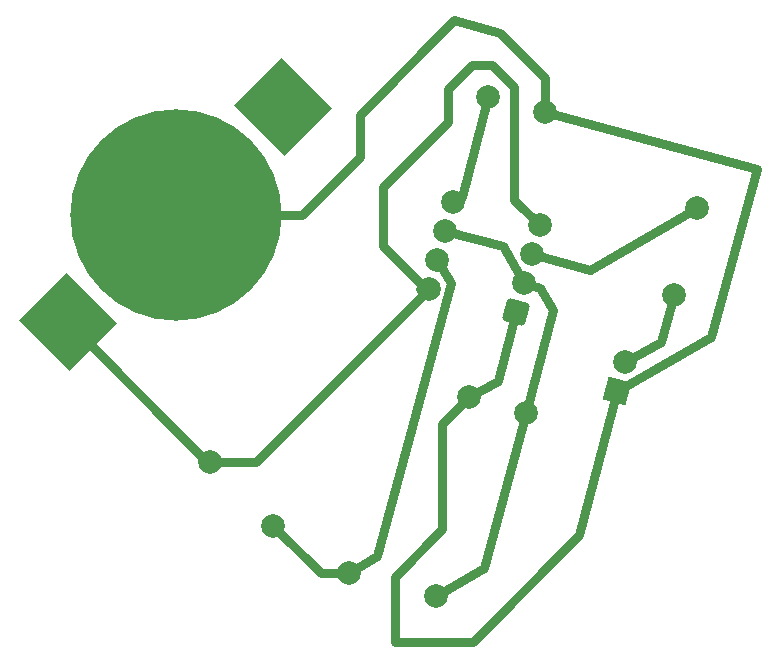
<source format=gbr>
%TF.GenerationSoftware,KiCad,Pcbnew,9.0.7*%
%TF.CreationDate,2026-02-05T19:37:10-05:00*%
%TF.ProjectId,555timerCES,35353574-696d-4657-9243-45532e6b6963,rev?*%
%TF.SameCoordinates,Original*%
%TF.FileFunction,Copper,L1,Top*%
%TF.FilePolarity,Positive*%
%FSLAX46Y46*%
G04 Gerber Fmt 4.6, Leading zero omitted, Abs format (unit mm)*
G04 Created by KiCad (PCBNEW 9.0.7) date 2026-02-05 19:37:10*
%MOMM*%
%LPD*%
G01*
G04 APERTURE LIST*
G04 Aperture macros list*
%AMRoundRect*
0 Rectangle with rounded corners*
0 $1 Rounding radius*
0 $2 $3 $4 $5 $6 $7 $8 $9 X,Y pos of 4 corners*
0 Add a 4 corners polygon primitive as box body*
4,1,4,$2,$3,$4,$5,$6,$7,$8,$9,$2,$3,0*
0 Add four circle primitives for the rounded corners*
1,1,$1+$1,$2,$3*
1,1,$1+$1,$4,$5*
1,1,$1+$1,$6,$7*
1,1,$1+$1,$8,$9*
0 Add four rect primitives between the rounded corners*
20,1,$1+$1,$2,$3,$4,$5,0*
20,1,$1+$1,$4,$5,$6,$7,0*
20,1,$1+$1,$6,$7,$8,$9,0*
20,1,$1+$1,$8,$9,$2,$3,0*%
%AMRotRect*
0 Rectangle, with rotation*
0 The origin of the aperture is its center*
0 $1 length*
0 $2 width*
0 $3 Rotation angle, in degrees counterclockwise*
0 Add horizontal line*
21,1,$1,$2,0,0,$3*%
G04 Aperture macros list end*
%TA.AperFunction,ComponentPad*%
%ADD10C,2.000000*%
%TD*%
%TA.AperFunction,ComponentPad*%
%ADD11RotRect,2.000000X2.000000X75.000000*%
%TD*%
%TA.AperFunction,ComponentPad*%
%ADD12RoundRect,0.312500X0.842012X0.486136X-0.486136X0.842012X-0.842012X-0.486136X0.486136X-0.842012X0*%
%TD*%
%TA.AperFunction,SMDPad,CuDef*%
%ADD13C,17.900000*%
%TD*%
%TA.AperFunction,SMDPad,CuDef*%
%ADD14RotRect,5.700000X6.100000X45.000000*%
%TD*%
%TA.AperFunction,Conductor*%
%ADD15C,0.800000*%
%TD*%
G04 APERTURE END LIST*
D10*
%TO.P,C2,1*%
%TO.N,Net-(U1-CV)*%
X185408950Y-79883298D03*
%TO.P,C2,2*%
%TO.N,GND*%
X190238579Y-81177393D03*
%TD*%
%TO.P,R1,1*%
%TO.N,+3V0*%
X161805923Y-110805924D03*
%TO.P,R1,2*%
%TO.N,Net-(U1-DIS)*%
X167194077Y-116194078D03*
%TD*%
%TO.P,R2,1*%
%TO.N,Net-(U1-DIS)*%
X173572626Y-120193359D03*
%TO.P,R2,2*%
%TO.N,Net-(U1-THR)*%
X180932981Y-122165560D03*
%TD*%
%TO.P,C1,1*%
%TO.N,GND*%
X183768104Y-105325537D03*
%TO.P,C1,2*%
%TO.N,Net-(U1-THR)*%
X188597733Y-106619632D03*
%TD*%
D11*
%TO.P,D1,1,K*%
%TO.N,GND*%
X196324609Y-104828462D03*
D10*
%TO.P,D1,2,A*%
%TO.N,Net-(D1-A)*%
X196982011Y-102375008D03*
%TD*%
%TO.P,R3,1*%
%TO.N,Net-(D1-A)*%
X201107617Y-96637288D03*
%TO.P,R3,2*%
%TO.N,Net-(U1-Q)*%
X203079818Y-89276933D03*
%TD*%
D12*
%TO.P,U1,1,GND*%
%TO.N,GND*%
X187770509Y-98115767D03*
D10*
%TO.P,U1,2,TR*%
%TO.N,Net-(U1-THR)*%
X188427908Y-95662312D03*
%TO.P,U1,3,Q*%
%TO.N,Net-(U1-Q)*%
X189085310Y-93208864D03*
%TO.P,U1,4,R*%
%TO.N,+3V0*%
X189742710Y-90755412D03*
%TO.P,U1,5,CV*%
%TO.N,Net-(U1-CV)*%
X182382355Y-88783211D03*
%TO.P,U1,6,THR*%
%TO.N,Net-(U1-THR)*%
X181724953Y-91236662D03*
%TO.P,U1,7,DIS*%
%TO.N,Net-(U1-DIS)*%
X181067554Y-93690115D03*
%TO.P,U1,8,VCC*%
%TO.N,+3V0*%
X180410154Y-96143566D03*
%TD*%
D13*
%TO.P,BT2,N*%
%TO.N,GND*%
X158922145Y-89868234D03*
D14*
%TO.P,BT2,P1*%
%TO.N,+3V0*%
X149800468Y-98989910D03*
%TO.P,BT2,P2*%
X168043822Y-80746558D03*
%TD*%
D15*
%TO.N,GND*%
X186349491Y-74441294D02*
X190238579Y-78330382D01*
X169631766Y-89868234D02*
X158922145Y-89868234D01*
X181500000Y-107593641D02*
X181500000Y-116500000D01*
X196324609Y-104828462D02*
X204285452Y-100232265D01*
X174500000Y-85000000D02*
X169631766Y-89868234D01*
X208108209Y-85965546D02*
X190238579Y-81177392D01*
X186217595Y-103911324D02*
X187770509Y-98115767D01*
X183768104Y-105325537D02*
X186217595Y-103911324D01*
X186349491Y-74441294D02*
X182485791Y-73406019D01*
X182485791Y-73406019D02*
X174500000Y-81391810D01*
X183768104Y-105325537D02*
X181500000Y-107593641D01*
X190238579Y-78330382D02*
X190238579Y-81177393D01*
X204285452Y-100232265D02*
X208108209Y-85965546D01*
X174500000Y-81391810D02*
X174500000Y-85000000D01*
X177500000Y-120500000D02*
X177500000Y-126000000D01*
X184072626Y-126000000D02*
X193059823Y-117012803D01*
X181500000Y-116500000D02*
X177500000Y-120500000D01*
X193059823Y-117012803D02*
X196324609Y-104828462D01*
X177500000Y-126000000D02*
X184072626Y-126000000D01*
%TO.N,+3V0*%
X149800467Y-98989913D02*
X149728447Y-99258701D01*
X180410154Y-96143566D02*
X165747796Y-110805924D01*
X149857856Y-98775739D02*
X151021362Y-98103987D01*
X168043822Y-80543822D02*
X168043822Y-80746558D01*
X149800467Y-98989913D02*
X149857856Y-98775739D01*
X179643566Y-96143566D02*
X180410154Y-96143566D01*
X189742710Y-90755412D02*
X189742711Y-90755412D01*
X161616482Y-110805924D02*
X149800468Y-98989910D01*
X176500000Y-87500000D02*
X181954658Y-82045342D01*
X185710458Y-77210458D02*
X187587380Y-79087380D01*
X149728447Y-99258701D02*
X148442462Y-100001164D01*
X187587380Y-79087380D02*
X187587380Y-88600082D01*
X187587380Y-88600082D02*
X189742710Y-90755412D01*
X184000000Y-77210458D02*
X185710458Y-77210458D01*
X181954658Y-79255800D02*
X184000000Y-77210458D01*
X165747796Y-110805924D02*
X161805923Y-110805924D01*
X176500000Y-92500000D02*
X176500000Y-87500000D01*
X181954658Y-82045342D02*
X181954658Y-79255800D01*
X161805923Y-110805924D02*
X161616482Y-110805924D01*
X180143566Y-96143566D02*
X176500000Y-92500000D01*
X180410154Y-96143566D02*
X180143566Y-96143566D01*
X168043822Y-80543822D02*
X168000000Y-80500000D01*
%TO.N,Net-(U1-THR)*%
X189793934Y-96028338D02*
X188427908Y-95662313D01*
X188597733Y-106619632D02*
X190915253Y-97970523D01*
X190915253Y-97970523D02*
X189793934Y-96028338D01*
X188427908Y-95662313D02*
X186631860Y-92551464D01*
X186631860Y-92551464D02*
X181724951Y-91236664D01*
X185072618Y-119775543D02*
X188597733Y-106619632D01*
X180932982Y-122165562D02*
X185072618Y-119775543D01*
%TO.N,Net-(U1-CV)*%
X185408950Y-79883298D02*
X185408949Y-79883297D01*
X183141696Y-88344807D02*
X182382355Y-88783213D01*
X185408950Y-79883298D02*
X183141696Y-88344807D01*
%TO.N,Net-(D1-A)*%
X200043871Y-100607244D02*
X196982012Y-102375010D01*
X201107617Y-96637288D02*
X200043871Y-100607244D01*
%TO.N,Net-(U1-DIS)*%
X182199631Y-95650934D02*
X181067553Y-93690116D01*
X173572626Y-120193359D02*
X175998845Y-118792583D01*
X171193358Y-120193359D02*
X167194077Y-116194078D01*
X173572626Y-120193359D02*
X171193358Y-120193359D01*
X175998845Y-118792583D02*
X182199631Y-95650934D01*
%TO.N,Net-(U1-Q)*%
X193992213Y-94523666D02*
X189085309Y-93208864D01*
X203079818Y-89276933D02*
X193992213Y-94523666D01*
%TD*%
M02*

</source>
